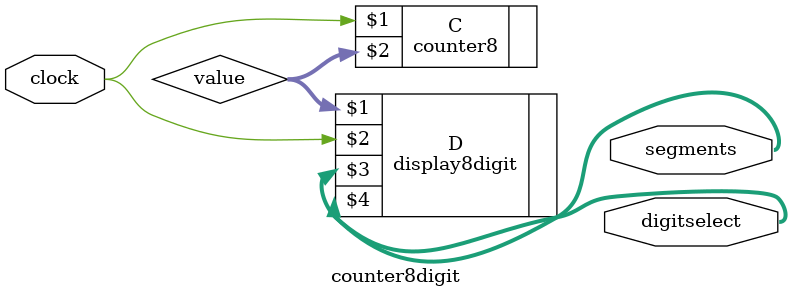
<source format=sv>
`timescale 1ns / 1ps
`default_nettype none


module counter8digit(
    input wire clock,
    output wire [7:0] segments,
    output wire [7:0] digitselect
    );
    
    wire [31:0] value;
    counter8 C(clock, value);
    display8digit D(value, clock, segments, digitselect);
endmodule

</source>
